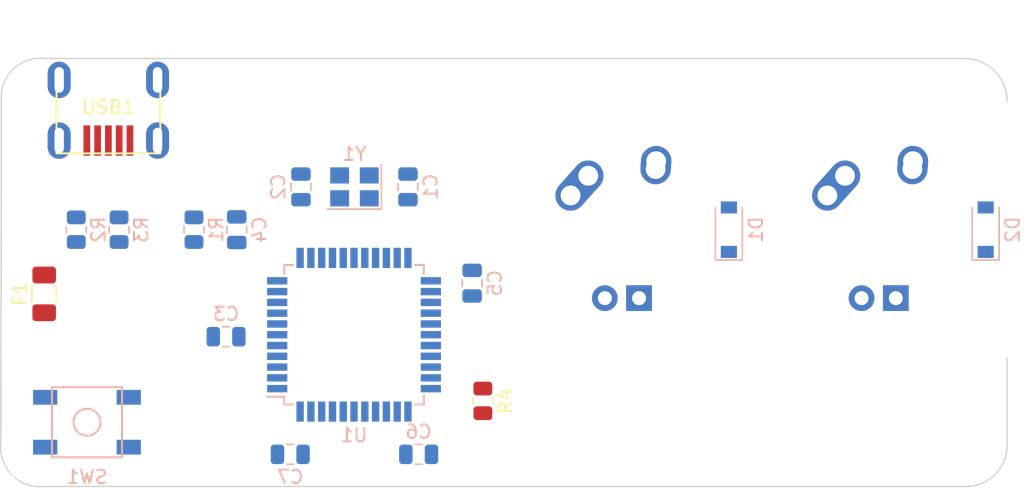
<source format=kicad_pcb>
(kicad_pcb (version 20211014) (generator pcbnew)
  (layers (0 "F.Cu" signal) (31 "B.Cu" signal) (34 "B.Paste" user) (35 "F.Paste" user) (36 "B.SilkS" user "B.Silkscreen") (37 "F.SilkS" user "F.Silkscreen") (38 "B.Mask" user) (39 "F.Mask" user) (44 "Edge.Cuts" user))
  (net 0 "")
  (net 1 "GND")
  (net 2 "Net-(C1-Pad2)")
  (net 3 "Net-(C2-Pad2)")
  (net 4 "Net-(C3-Pad1)")
  (net 5 "+5V")
  (net 6 "ROW0")
  (net 7 "Net-(D1-Pad2)")
  (net 8 "Net-(D2-Pad2)")
  (net 9 "VCC")
  (net 10 "COL0")
  (net 11 "COL1")
  (net 12 "Net-(R1-Pad1)")
  (net 13 "Net-(R2-Pad1)")
  (net 14 "D+")
  (net 15 "D-")
  (net 16 "Net-(R3-Pad2)")
  (net 17 "Net-(R4-Pad1)")
  (footprint "random-keyboard-parts:Molex-0548190589" (layer "F.Cu") (at 166.6875 58.7375 -90)
    (fp_text reference "USB1" (at 2.032 0) (layer "F.SilkS"))
    (fp_text value "Molex-0548190589")
    (fp_line (start 0 3.85) (end 5.45 3.85) (layer "F.SilkS") (width 0.15))
    (fp_line (start 5.45 -3.85) (end 5.45 3.85) (layer "F.SilkS") (width 0.15))
    (fp_line (start 0 -3.85) (end 5.45 -3.85) (layer "F.SilkS") (width 0.15))
    (pad "1" smd rect locked (at 4.5 1.6 270) (size 2.25 0.5) (layers "F.Cu" "F.Paste" "F.Mask") (net 1 "GND"))
    (pad "2" smd rect locked (at 4.5 0.8 270) (size 2.25 0.5) (layers "F.Cu" "F.Paste" "F.Mask"))
    (pad "3" smd rect locked (at 4.5 0 270) (size 2.25 0.5) (layers "F.Cu" "F.Paste" "F.Mask") (net 14 "D+"))
    (pad "4" smd rect locked (at 4.5 -0.8 270) (size 2.25 0.5) (layers "F.Cu" "F.Paste" "F.Mask") (net 15 "D-"))
    (pad "5" smd rect locked (at 4.5 -1.6 270) (size 2.25 0.5) (layers "F.Cu" "F.Paste" "F.Mask") (net 9 "VCC"))
    (pad "6" thru_hole oval locked (at 0 3.65 270) (size 2.7 1.7) (drill oval 1.9 0.7) (layers *.Cu *.Mask))
    (pad "6" thru_hole oval locked (at 4.5 3.65 270) (size 2.7 1.7) (drill oval 1.9 0.7) (layers *.Cu *.Mask))
    (pad "6" thru_hole oval locked (at 0 -3.65 270) (size 2.7 1.7) (drill oval 1.9 0.7) (layers *.Cu *.Mask))
    (pad "6" thru_hole oval locked (at 4.5 -3.65 270) (size 2.7 1.7) (drill oval 1.9 0.7) (layers *.Cu *.Mask))
  )
  (footprint "MX_Alps_Hybrid:MX-1U" (layer "F.Cu") (at 223.8375 69.85)
    (fp_text reference "MX2")
    (fp_text value "MX-NoLED")
    (pad "" np_thru_hole circle locked (at 5.08 0 48.0996) (size 1.75 1.75) (drill 1.75) (layers *.Cu *.Mask))
    (pad "" np_thru_hole circle locked (at -5.08 0 48.0996) (size 1.75 1.75) (drill 1.75) (layers *.Cu *.Mask))
    (pad "" np_thru_hole circle locked (at 0 0) (size 3.9878 3.9878) (drill 3.9878) (layers *.Cu *.Mask))
    (pad "1" thru_hole oval locked (at -3.81 -2.54 48.0996) (size 4.211556 2.25) (drill 1.47 (offset 0.980778 0)) (layers *.Cu "B.Mask") (net 11 "COL1"))
    (pad "1" thru_hole circle locked (at -2.5 -4) (size 2.25 2.25) (drill 1.47) (layers *.Cu "B.Mask") (net 11 "COL1"))
    (pad "2" thru_hole circle locked (at 2.54 -5.08) (size 2.25 2.25) (drill 1.47) (layers *.Cu "B.Mask") (net 8 "Net-(D2-Pad2)"))
    (pad "2" thru_hole oval locked (at 2.5 -4.5 86.0548) (size 2.831378 2.25) (drill 1.47 (offset 0.290689 0)) (layers *.Cu "B.Mask") (net 8 "Net-(D2-Pad2)"))
    (pad "3" thru_hole circle locked (at -1.27 5.08) (size 1.905 1.905) (drill 1.04) (layers *.Cu "B.Mask"))
    (pad "4" thru_hole rect locked (at 1.27 5.08) (size 1.905 1.905) (drill 1.04) (layers *.Cu "B.Mask"))
  )
  (footprint "MX_Alps_Hybrid:MX-1U" (layer "F.Cu") (at 204.7875 69.85)
    (fp_text reference "MX1")
    (fp_text value "MX-NoLED")
    (pad "" np_thru_hole circle locked (at 0 0) (size 3.9878 3.9878) (drill 3.9878) (layers *.Cu *.Mask))
    (pad "" np_thru_hole circle locked (at 5.08 0 48.0996) (size 1.75 1.75) (drill 1.75) (layers *.Cu *.Mask))
    (pad "" np_thru_hole circle locked (at -5.08 0 48.0996) (size 1.75 1.75) (drill 1.75) (layers *.Cu *.Mask))
    (pad "1" thru_hole oval locked (at -3.81 -2.54 48.0996) (size 4.211556 2.25) (drill 1.47 (offset 0.980778 0)) (layers *.Cu "B.Mask") (net 10 "COL0"))
    (pad "1" thru_hole circle locked (at -2.5 -4) (size 2.25 2.25) (drill 1.47) (layers *.Cu "B.Mask") (net 10 "COL0"))
    (pad "2" thru_hole circle locked (at 2.54 -5.08) (size 2.25 2.25) (drill 1.47) (layers *.Cu "B.Mask") (net 7 "Net-(D1-Pad2)"))
    (pad "2" thru_hole oval locked (at 2.5 -4.5 86.0548) (size 2.831378 2.25) (drill 1.47 (offset 0.290689 0)) (layers *.Cu "B.Mask") (net 7 "Net-(D1-Pad2)"))
    (pad "3" thru_hole circle locked (at -1.27 5.08) (size 1.905 1.905) (drill 1.04) (layers *.Cu "B.Mask"))
    (pad "4" thru_hole rect locked (at 1.27 5.08) (size 1.905 1.905) (drill 1.04) (layers *.Cu "B.Mask"))
  )
  (footprint "Fuse:Fuse_1206_3216Metric" (layer "F.Cu") (at 161.925 74.6125 90)
    (fp_text reference "F1" (at 0 -1.82 90) (layer "F.SilkS"))
    (fp_text value "500mA")
    (fp_line (start -0.602064 0.91) (end 0.602064 0.91) (layer "F.SilkS") (width 0.12))
    (fp_line (start -0.602064 -0.91) (end 0.602064 -0.91) (layer "F.SilkS") (width 0.12))
    (pad "1" smd roundrect (at -1.4 0 90) (size 1.25 1.75) (layers "F.Cu" "F.Paste" "F.Mask") (roundrect_rratio 0.2) (net 9 "VCC"))
    (pad "2" smd roundrect (at 1.4 0 90) (size 1.25 1.75) (layers "F.Cu" "F.Paste" "F.Mask") (roundrect_rratio 0.2) (net 5 "+5V"))
  )
  (footprint "Resistor_SMD:R_0805_2012Metric" (layer "F.Cu") (at 194.46875 82.55 -90)
    (fp_text reference "R4" (at 0 -1.65 90) (layer "F.SilkS"))
    (fp_text value "10k")
    (fp_line (start -0.227064 -0.735) (end 0.227064 -0.735) (layer "F.SilkS") (width 0.12))
    (fp_line (start -0.227064 0.735) (end 0.227064 0.735) (layer "F.SilkS") (width 0.12))
    (pad "1" smd roundrect (at -0.9125 0 270) (size 1.025 1.4) (layers "F.Cu" "F.Paste" "F.Mask") (roundrect_rratio 0.243902) (net 17 "Net-(R4-Pad1)"))
    (pad "2" smd roundrect (at 0.9125 0 270) (size 1.025 1.4) (layers "F.Cu" "F.Paste" "F.Mask") (roundrect_rratio 0.243902) (net 1 "GND"))
  )
  (footprint "Capacitor_SMD:C_0805_2012Metric" (layer "B.Cu") (at 180.975 66.675 -90)
    (fp_text reference "C2" (at 0 1.68 90) (layer "B.SilkS") (effects (justify mirror)))
    (fp_text value "22pF")
    (fp_line (start -0.261252 -0.735) (end 0.261252 -0.735) (layer "B.SilkS") (width 0.12))
    (fp_line (start -0.261252 0.735) (end 0.261252 0.735) (layer "B.SilkS") (width 0.12))
    (pad "1" smd roundrect (at -0.95 0 270) (size 1 1.45) (layers "B.Cu" "B.Paste" "B.Mask") (net 1 "GND"))
    (pad "2" smd roundrect (at 0.95 0 270) (size 1 1.45) (layers "B.Cu" "B.Paste" "B.Mask") (net 3 "Net-(C2-Pad2)"))
  )
  (footprint "Resistor_SMD:R_0805_2012Metric" (layer "B.Cu") (at 167.48125 69.85 90)
    (fp_text reference "R3" (at 0 1.65 90) (layer "B.SilkS") (effects (justify mirror)))
    (fp_text value "22")
    (fp_line (start -0.227064 -0.735) (end 0.227064 -0.735) (layer "B.SilkS") (width 0.12))
    (fp_line (start -0.227064 0.735) (end 0.227064 0.735) (layer "B.SilkS") (width 0.12))
    (pad "1" smd roundrect (at -0.9125 0 90) (size 1.025 1.4) (layers "B.Cu" "B.Paste" "B.Mask") (roundrect_rratio 0.243902) (net 15 "D-"))
    (pad "2" smd roundrect (at 0.9125 0 90) (size 1.025 1.4) (layers "B.Cu" "B.Paste" "B.Mask") (roundrect_rratio 0.243902) (net 16 "Net-(R3-Pad2)"))
  )
  (footprint "random-keyboard-parts:SKQG-1155865" (layer "B.Cu") (at 165.1 84.1375 180)
    (fp_text reference "SW1" (at 0 -4.064) (layer "B.SilkS") (effects (justify mirror)))
    (fp_text value "SW_Push")
    (fp_line (start -2.6 2.6) (end 2.6 2.6) (layer "B.SilkS") (width 0.15))
    (fp_line (start 2.6 -2.6) (end -2.6 -2.6) (layer "B.SilkS") (width 0.15))
    (fp_line (start -2.6 -2.6) (end -2.6 2.6) (layer "B.SilkS") (width 0.15))
    (fp_line (start 2.6 2.6) (end 2.6 -2.6) (layer "B.SilkS") (width 0.15))
    (fp_circle (center 0 0) (end 1 0) (layer "B.SilkS") (width 0.15) (fill none))
    (pad "1" smd rect locked (at 3.1 -1.85 180) (size 1.8 1.1) (layers "B.Cu" "B.Paste" "B.Mask") (net 1 "GND"))
    (pad "2" smd rect locked (at -3.1 1.85 180) (size 1.8 1.1) (layers "B.Cu" "B.Paste" "B.Mask") (net 12 "Net-(R1-Pad1)"))
    (pad "3" smd rect locked (at 3.1 1.85 180) (size 1.8 1.1) (layers "B.Cu" "B.Paste" "B.Mask"))
    (pad "4" smd rect locked (at -3.1 -1.85 180) (size 1.8 1.1) (layers "B.Cu" "B.Paste" "B.Mask"))
  )
  (footprint "Capacitor_SMD:C_0805_2012Metric" (layer "B.Cu") (at 180.18125 86.51875)
    (fp_text reference "C7" (at 0 1.68) (layer "B.SilkS") (effects (justify mirror)))
    (fp_text value "10uF")
    (fp_line (start -0.261252 -0.735) (end 0.261252 -0.735) (layer "B.SilkS") (width 0.12))
    (fp_line (start -0.261252 0.735) (end 0.261252 0.735) (layer "B.SilkS") (width 0.12))
    (pad "1" smd roundrect (at -0.95 0) (size 1 1.45) (layers "B.Cu" "B.Paste" "B.Mask") (net 5 "+5V"))
    (pad "2" smd roundrect (at 0.95 0) (size 1 1.45) (layers "B.Cu" "B.Paste" "B.Mask") (net 1 "GND"))
  )
  (footprint "Resistor_SMD:R_0805_2012Metric" (layer "B.Cu") (at 173.0375 69.85 90)
    (fp_text reference "R1" (at 0 1.65 90) (layer "B.SilkS") (effects (justify mirror)))
    (fp_text value "10k")
    (fp_line (start -0.227064 -0.735) (end 0.227064 -0.735) (layer "B.SilkS") (width 0.12))
    (fp_line (start -0.227064 0.735) (end 0.227064 0.735) (layer "B.SilkS") (width 0.12))
    (pad "1" smd roundrect (at -0.9125 0 90) (size 1.025 1.4) (layers "B.Cu" "B.Paste" "B.Mask") (roundrect_rratio 0.243902) (net 12 "Net-(R1-Pad1)"))
    (pad "2" smd roundrect (at 0.9125 0 90) (size 1.025 1.4) (layers "B.Cu" "B.Paste" "B.Mask") (roundrect_rratio 0.243902) (net 5 "+5V"))
  )
  (footprint "Diode_SMD:D_SOD-123" (layer "B.Cu") (at 231.775 69.85 90)
    (fp_text reference "D2" (at 0 2 90) (layer "B.SilkS") (effects (justify mirror)))
    (fp_text value "D_Small")
    (fp_line (start -2.25 -1) (end 1.65 -1) (layer "B.SilkS") (width 0.12))
    (fp_line (start -2.25 1) (end 1.65 1) (layer "B.SilkS") (width 0.12))
    (fp_line (start -2.25 1) (end -2.25 -1) (layer "B.SilkS") (width 0.12))
    (pad "1" smd rect (at -1.65 0 90) (size 0.9 1.2) (layers "B.Cu" "B.Paste" "B.Mask") (net 6 "ROW0"))
    (pad "2" smd rect (at 1.65 0 90) (size 0.9 1.2) (layers "B.Cu" "B.Paste" "B.Mask") (net 8 "Net-(D2-Pad2)"))
  )
  (footprint "Capacitor_SMD:C_0805_2012Metric" (layer "B.Cu") (at 189.70625 86.51875 180)
    (fp_text reference "C6" (at 0 1.68) (layer "B.SilkS") (effects (justify mirror)))
    (fp_text value "0.1uF")
    (fp_line (start -0.261252 0.735) (end 0.261252 0.735) (layer "B.SilkS") (width 0.12))
    (fp_line (start -0.261252 -0.735) (end 0.261252 -0.735) (layer "B.SilkS") (width 0.12))
    (pad "1" smd roundrect (at -0.95 0 180) (size 1 1.45) (layers "B.Cu" "B.Paste" "B.Mask") (net 5 "+5V"))
    (pad "2" smd roundrect (at 0.95 0 180) (size 1 1.45) (layers "B.Cu" "B.Paste" "B.Mask") (net 1 "GND"))
  )
  (footprint "Crystal:Crystal_SMD_3225-4Pin_3.2x2.5mm" (layer "B.Cu") (at 184.94375 66.675 180)
    (fp_text reference "Y1" (at 0 2.45) (layer "B.SilkS") (effects (justify mirror)))
    (fp_text value "16MHz")
    (fp_line (start -2 1.65) (end -2 -1.65) (layer "B.SilkS") (width 0.12))
    (fp_line (start -2 -1.65) (end 2 -1.65) (layer "B.SilkS") (width 0.12))
    (pad "1" smd rect (at -1.1 -0.85 180) (size 1.4 1.2) (layers "B.Cu" "B.Paste" "B.Mask") (net 2 "Net-(C1-Pad2)"))
    (pad "2" smd rect (at 1.1 -0.85 180) (size 1.4 1.2) (layers "B.Cu" "B.Paste" "B.Mask") (net 1 "GND"))
    (pad "3" smd rect (at 1.1 0.85 180) (size 1.4 1.2) (layers "B.Cu" "B.Paste" "B.Mask") (net 3 "Net-(C2-Pad2)"))
    (pad "4" smd rect (at -1.1 0.85 180) (size 1.4 1.2) (layers "B.Cu" "B.Paste" "B.Mask") (net 1 "GND"))
  )
  (footprint "Capacitor_SMD:C_0805_2012Metric" (layer "B.Cu") (at 193.675 73.81875 90)
    (fp_text reference "C5" (at 0 1.68 90) (layer "B.SilkS") (effects (justify mirror)))
    (fp_text value "0.1uF")
    (fp_line (start -0.261252 -0.735) (end 0.261252 -0.735) (layer "B.SilkS") (width 0.12))
    (fp_line (start -0.261252 0.735) (end 0.261252 0.735) (layer "B.SilkS") (width 0.12))
    (pad "1" smd roundrect (at -0.95 0 90) (size 1 1.45) (layers "B.Cu" "B.Paste" "B.Mask") (net 5 "+5V"))
    (pad "2" smd roundrect (at 0.95 0 90) (size 1 1.45) (layers "B.Cu" "B.Paste" "B.Mask") (net 1 "GND"))
  )
  (footprint "Capacitor_SMD:C_0805_2012Metric" (layer "B.Cu") (at 175.41875 77.7875 180)
    (fp_text reference "C3" (at 0 1.68) (layer "B.SilkS") (effects (justify mirror)))
    (fp_text value "1uF")
    (fp_line (start -0.261252 0.735) (end 0.261252 0.735) (layer "B.SilkS") (width 0.12))
    (fp_line (start -0.261252 -0.735) (end 0.261252 -0.735) (layer "B.SilkS") (width 0.12))
    (pad "1" smd roundrect (at -0.95 0 180) (size 1 1.45) (layers "B.Cu" "B.Paste" "B.Mask") (net 4 "Net-(C3-Pad1)"))
    (pad "2" smd roundrect (at 0.95 0 180) (size 1 1.45) (layers "B.Cu" "B.Paste" "B.Mask") (net 1 "GND"))
  )
  (footprint "Package_QFP:TQFP-44_10x10mm_P0.8mm" (layer "B.Cu") (at 184.9125 77.64375)
    (fp_text reference "U1" (at 0 7.45) (layer "B.SilkS") (effects (justify mirror)))
    (fp_text value "ATmega32U4-A")
    (fp_line (start 5.175 5.175) (end 5.175 4.5) (layer "B.SilkS") (width 0.15))
    (fp_line (start -5.175 5.175) (end -5.175 4.6) (layer "B.SilkS") (width 0.15))
    (fp_line (start -5.175 -5.175) (end -4.5 -5.175) (layer "B.SilkS") (width 0.15))
    (fp_line (start -5.175 5.175) (end -4.5 5.175) (layer "B.SilkS") (width 0.15))
    (fp_line (start 5.175 5.175) (end 4.5 5.175) (layer "B.SilkS") (width 0.15))
    (fp_line (start -5.175 4.6) (end -6.45 4.6) (layer "B.SilkS") (width 0.15))
    (fp_line (start -5.175 -5.175) (end -5.175 -4.5) (layer "B.SilkS") (width 0.15))
    (fp_line (start 5.175 -5.175) (end 4.5 -5.175) (layer "B.SilkS") (width 0.15))
    (fp_line (start 5.175 -5.175) (end 5.175 -4.5) (layer "B.SilkS") (width 0.15))
    (pad "1" smd rect (at -5.7 4) (size 1.5 0.55) (layers "B.Cu" "B.Paste" "B.Mask"))
    (pad "2" smd rect (at -5.7 3.2) (size 1.5 0.55) (layers "B.Cu" "B.Paste" "B.Mask") (net 5 "+5V"))
    (pad "3" smd rect (at -5.7 2.4) (size 1.5 0.55) (layers "B.Cu" "B.Paste" "B.Mask") (net 16 "Net-(R3-Pad2)"))
    (pad "4" smd rect (at -5.7 1.6) (size 1.5 0.55) (layers "B.Cu" "B.Paste" "B.Mask") (net 13 "Net-(R2-Pad1)"))
    (pad "5" smd rect (at -5.7 0.8) (size 1.5 0.55) (layers "B.Cu" "B.Paste" "B.Mask") (net 1 "GND"))
    (pad "6" smd rect (at -5.7 0) (size 1.5 0.55) (layers "B.Cu" "B.Paste" "B.Mask") (net 4 "Net-(C3-Pad1)"))
    (pad "7" smd rect (at -5.7 -0.8) (size 1.5 0.55) (layers "B.Cu" "B.Paste" "B.Mask") (net 5 "+5V"))
    (pad "8" smd rect (at -5.7 -1.6) (size 1.5 0.55) (layers "B.Cu" "B.Paste" "B.Mask"))
    (pad "9" smd rect (at -5.7 -2.4) (size 1.5 0.55) (layers "B.Cu" "B.Paste" "B.Mask"))
    (pad "10" smd rect (at -5.7 -3.2) (size 1.5 0.55) (layers "B.Cu" "B.Paste" "B.Mask"))
    (pad "11" smd rect (at -5.7 -4) (size 1.5 0.55) (layers "B.Cu" "B.Paste" "B.Mask"))
    (pad "12" smd rect (at -4 -5.7 270) (size 1.5 0.55) (layers "B.Cu" "B.Paste" "B.Mask"))
    (pad "13" smd rect (at -3.2 -5.7 270) (size 1.5 0.55) (layers "B.Cu" "B.Paste" "B.Mask") (net 12 "Net-(R1-Pad1)"))
    (pad "14" smd rect (at -2.4 -5.7 270) (size 1.5 0.55) (layers "B.Cu" "B.Paste" "B.Mask") (net 5 "+5V"))
    (pad "15" smd rect (at -1.6 -5.7 270) (size 1.5 0.55) (layers "B.Cu" "B.Paste" "B.Mask") (net 1 "GND"))
    (pad "16" smd rect (at -0.8 -5.7 270) (size 1.5 0.55) (layers "B.Cu" "B.Paste" "B.Mask") (net 3 "Net-(C2-Pad2)"))
    (pad "17" smd rect (at 0 -5.7 270) (size 1.5 0.55) (layers "B.Cu" "B.Paste" "B.Mask") (net 2 "Net-(C1-Pad2)"))
    (pad "18" smd rect (at 0.8 -5.7 270) (size 1.5 0.55) (layers "B.Cu" "B.Paste" "B.Mask"))
    (pad "19" smd rect (at 1.6 -5.7 270) (size 1.5 0.55) (layers "B.Cu" "B.Paste" "B.Mask"))
    (pad "20" smd rect (at 2.4 -5.7 270) (size 1.5 0.55) (layers "B.Cu" "B.Paste" "B.Mask"))
    (pad "21" smd rect (at 3.2 -5.7 270) (size 1.5 0.55) (layers "B.Cu" "B.Paste" "B.Mask"))
    (pad "22" smd rect (at 4 -5.7 270) (size 1.5 0.55) (layers "B.Cu" "B.Paste" "B.Mask"))
    (pad "23" smd rect (at 5.7 -4) (size 1.5 0.55) (layers "B.Cu" "B.Paste" "B.Mask") (net 1 "GND"))
    (pad "24" smd rect (at 5.7 -3.2) (size 1.5 0.55) (layers "B.Cu" "B.Paste" "B.Mask") (net 5 "+5V"))
    (pad "25" smd rect (at 5.7 -2.4) (size 1.5 0.55) (layers "B.Cu" "B.Paste" "B.Mask"))
    (pad "26" smd rect (at 5.7 -1.6) (size 1.5 0.55) (layers "B.Cu" "B.Paste" "B.Mask"))
    (pad "27" smd rect (at 5.7 -0.8) (size 1.5 0.55) (layers "B.Cu" "B.Paste" "B.Mask"))
    (pad "28" smd rect (at 5.7 0) (size 1.5 0.55) (layers "B.Cu" "B.Paste" "B.Mask"))
    (pad "29" smd rect (at 5.7 0.8) (size 1.5 0.55) (layers "B.Cu" "B.Paste" "B.Mask"))
    (pad "30" smd rect (at 5.7 1.6) (size 1.5 0.55) (layers "B.Cu" "B.Paste" "B.Mask"))
    (pad "31" smd rect (at 5.7 2.4) (size 1.5 0.55) (layers "B.Cu" "B.Paste" "B.Mask"))
    (pad "32" smd rect (at 5.7 3.2) (size 1.5 0.55) (layers "B.Cu" "B.Paste" "B.Mask"))
    (pad "33" smd rect (at 5.7 4) (size 1.5 0.55) (layers "B.Cu" "B.Paste" "B.Mask") (net 17 "Net-(R4-Pad1)"))
    (pad "34" smd rect (at 4 5.7 270) (size 1.5 0.55) (layers "B.Cu" "B.Paste" "B.Mask") (net 5 "+5V"))
    (pad "35" smd rect (at 3.2 5.7 270) (size 1.5 0.55) (layers "B.Cu" "B.Paste" "B.Mask") (net 1 "GND"))
    (pad "36" smd rect (at 2.4 5.7 270) (size 1.5 0.55) (layers "B.Cu" "B.Paste" "B.Mask"))
    (pad "37" smd rect (at 1.6 5.7 270) (size 1.5 0.55) (layers "B.Cu" "B.Paste" "B.Mask"))
    (pad "38" smd rect (at 0.8 5.7 270) (size 1.5 0.55) (layers "B.Cu" "B.Paste" "B.Mask"))
    (pad "39" smd rect (at 0 5.7 270) (size 1.5 0.55) (layers "B.Cu" "B.Paste" "B.Mask"))
    (pad "40" smd rect (at -0.8 5.7 270) (size 1.5 0.55) (layers "B.Cu" "B.Paste" "B.Mask"))
    (pad "41" smd rect (at -1.6 5.7 270) (size 1.5 0.55) (layers "B.Cu" "B.Paste" "B.Mask"))
    (pad "42" smd rect (at -2.4 5.7 270) (size 1.5 0.55) (layers "B.Cu" "B.Paste" "B.Mask"))
    (pad "43" smd rect (at -3.2 5.7 270) (size 1.5 0.55) (layers "B.Cu" "B.Paste" "B.Mask") (net 1 "GND"))
    (pad "44" smd rect (at -4 5.7 270) (size 1.5 0.55) (layers "B.Cu" "B.Paste" "B.Mask") (net 5 "+5V"))
  )
  (footprint "Capacitor_SMD:C_0805_2012Metric" (layer "B.Cu") (at 176.2125 69.85 90)
    (fp_text reference "C4" (at 0 1.68 90) (layer "B.SilkS") (effects (justify mirror)))
    (fp_text value "0.1uF")
    (fp_line (start -0.261252 0.735) (end 0.261252 0.735) (layer "B.SilkS") (width 0.12))
    (fp_line (start -0.261252 -0.735) (end 0.261252 -0.735) (layer "B.SilkS") (width 0.12))
    (pad "1" smd roundrect (at -0.95 0 90) (size 1 1.45) (layers "B.Cu" "B.Paste" "B.Mask") (net 5 "+5V"))
    (pad "2" smd roundrect (at 0.95 0 90) (size 1 1.45) (layers "B.Cu" "B.Paste" "B.Mask") (net 1 "GND"))
  )
  (footprint "Capacitor_SMD:C_0805_2012Metric" (layer "B.Cu") (at 188.9125 66.675 90)
    (fp_text reference "C1" (at 0 1.68 90) (layer "B.SilkS") (effects (justify mirror)))
    (fp_text value "22pF")
    (fp_line (start -0.261252 -0.735) (end 0.261252 -0.735) (layer "B.SilkS") (width 0.12))
    (fp_line (start -0.261252 0.735) (end 0.261252 0.735) (layer "B.SilkS") (width 0.12))
    (pad "1" smd roundrect (at -0.95 0 90) (size 1 1.45) (layers "B.Cu" "B.Paste" "B.Mask") (net 1 "GND"))
    (pad "2" smd roundrect (at 0.95 0 90) (size 1 1.45) (layers "B.Cu" "B.Paste" "B.Mask") (net 2 "Net-(C1-Pad2)"))
  )
  (footprint "Diode_SMD:D_SOD-123" (layer "B.Cu") (at 212.725 69.85 90)
    (fp_text reference "D1" (at 0 2 90) (layer "B.SilkS") (effects (justify mirror)))
    (fp_text value "D_Small")
    (fp_line (start -2.25 1) (end 1.65 1) (layer "B.SilkS") (width 0.12))
    (fp_line (start -2.25 -1) (end 1.65 -1) (layer "B.SilkS") (width 0.12))
    (fp_line (start -2.25 1) (end -2.25 -1) (layer "B.SilkS") (width 0.12))
    (pad "1" smd rect (at -1.65 0 90) (size 0.9 1.2) (layers "B.Cu" "B.Paste" "B.Mask") (net 6 "ROW0"))
    (pad "2" smd rect (at 1.65 0 90) (size 0.9 1.2) (layers "B.Cu" "B.Paste" "B.Mask") (net 7 "Net-(D1-Pad2)"))
  )
  (footprint "Resistor_SMD:R_0805_2012Metric" (layer "B.Cu") (at 164.30625 69.85 90)
    (fp_text reference "R2" (at 0 1.65 90) (layer "B.SilkS") (effects (justify mirror)))
    (fp_text value "22")
    (fp_line (start -0.227064 -0.735) (end 0.227064 -0.735) (layer "B.SilkS") (width 0.12))
    (fp_line (start -0.227064 0.735) (end 0.227064 0.735) (layer "B.SilkS") (width 0.12))
    (pad "1" smd roundrect (at -0.9125 0 90) (size 1.025 1.4) (layers "B.Cu" "B.Paste" "B.Mask") (roundrect_rratio 0.243902) (net 13 "Net-(R2-Pad1)"))
    (pad "2" smd roundrect (at 0.9125 0 90) (size 1.025 1.4) (layers "B.Cu" "B.Paste" "B.Mask") (roundrect_rratio 0.243902) (net 14 "D+"))
  )
  (gr_line (start 230.1875 88.9) (end 161.886716 88.9) (layer "Edge.Cuts") (width 0.1))
  (gr_arc (start 233.3625 85.725) (mid 232.471957 88.009457) (end 230.1875 88.9) (layer "Edge.Cuts") (width 0.1))
  (gr_arc (start 230.1875 57.15) (mid 232.432564 58.079936) (end 233.3625 60.325) (layer "Edge.Cuts") (width 0.1))
  (gr_arc (start 158.75 60.325) (mid 159.582035 57.982035) (end 161.925 57.15) (layer "Edge.Cuts") (width 0.1))
  (gr_line (start 233.3625 79.375) (end 233.3625 85.725) (layer "Edge.Cuts") (width 0.1))
  (gr_line (start 158.711716 85.725) (end 158.75 60.325) (layer "Edge.Cuts") (width 0.1))
  (gr_line (start 230.1875 57.15) (end 161.925 57.15) (layer "Edge.Cuts") (width 0.1))
  (gr_arc (start 161.886716 88.9) (mid 159.54375 88.067965) (end 158.711716 85.725) (layer "Edge.Cuts") (width 0.1))
)
</source>
